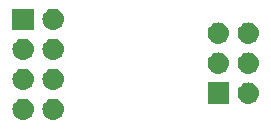
<source format=gbs>
G04 #@! TF.GenerationSoftware,KiCad,Pcbnew,(5.1.4)-1*
G04 #@! TF.CreationDate,2019-11-10T12:02:19+06:00*
G04 #@! TF.ProjectId,kicad_spi_nor_opi,6b696361-645f-4737-9069-5f6e6f725f6f,rev?*
G04 #@! TF.SameCoordinates,Original*
G04 #@! TF.FileFunction,Soldermask,Bot*
G04 #@! TF.FilePolarity,Negative*
%FSLAX46Y46*%
G04 Gerber Fmt 4.6, Leading zero omitted, Abs format (unit mm)*
G04 Created by KiCad (PCBNEW (5.1.4)-1) date 2019-11-10 12:02:19*
%MOMM*%
%LPD*%
G04 APERTURE LIST*
%ADD10C,1.000000*%
G04 APERTURE END LIST*
D10*
G36*
X80105203Y-114782199D02*
G01*
X80171387Y-114788717D01*
X80341226Y-114840237D01*
X80497751Y-114923902D01*
X80517593Y-114940186D01*
X80634946Y-115036494D01*
X80716970Y-115136442D01*
X80747538Y-115173689D01*
X80831203Y-115330214D01*
X80882723Y-115500053D01*
X80900119Y-115676680D01*
X80882723Y-115853307D01*
X80831203Y-116023146D01*
X80747538Y-116179671D01*
X80718208Y-116215409D01*
X80634946Y-116316866D01*
X80533489Y-116400128D01*
X80497751Y-116429458D01*
X80341226Y-116513123D01*
X80171387Y-116564643D01*
X80105202Y-116571162D01*
X80039020Y-116577680D01*
X79950500Y-116577680D01*
X79884318Y-116571162D01*
X79818133Y-116564643D01*
X79648294Y-116513123D01*
X79491769Y-116429458D01*
X79456031Y-116400128D01*
X79354574Y-116316866D01*
X79271312Y-116215409D01*
X79241982Y-116179671D01*
X79158317Y-116023146D01*
X79106797Y-115853307D01*
X79089401Y-115676680D01*
X79106797Y-115500053D01*
X79158317Y-115330214D01*
X79241982Y-115173689D01*
X79272550Y-115136442D01*
X79354574Y-115036494D01*
X79471927Y-114940186D01*
X79491769Y-114923902D01*
X79648294Y-114840237D01*
X79818133Y-114788717D01*
X79884317Y-114782199D01*
X79950500Y-114775680D01*
X80039020Y-114775680D01*
X80105203Y-114782199D01*
X80105203Y-114782199D01*
G37*
G36*
X82645203Y-114782199D02*
G01*
X82711387Y-114788717D01*
X82881226Y-114840237D01*
X83037751Y-114923902D01*
X83057593Y-114940186D01*
X83174946Y-115036494D01*
X83256970Y-115136442D01*
X83287538Y-115173689D01*
X83371203Y-115330214D01*
X83422723Y-115500053D01*
X83440119Y-115676680D01*
X83422723Y-115853307D01*
X83371203Y-116023146D01*
X83287538Y-116179671D01*
X83258208Y-116215409D01*
X83174946Y-116316866D01*
X83073489Y-116400128D01*
X83037751Y-116429458D01*
X82881226Y-116513123D01*
X82711387Y-116564643D01*
X82645202Y-116571162D01*
X82579020Y-116577680D01*
X82490500Y-116577680D01*
X82424318Y-116571162D01*
X82358133Y-116564643D01*
X82188294Y-116513123D01*
X82031769Y-116429458D01*
X81996031Y-116400128D01*
X81894574Y-116316866D01*
X81811312Y-116215409D01*
X81781982Y-116179671D01*
X81698317Y-116023146D01*
X81646797Y-115853307D01*
X81629401Y-115676680D01*
X81646797Y-115500053D01*
X81698317Y-115330214D01*
X81781982Y-115173689D01*
X81812550Y-115136442D01*
X81894574Y-115036494D01*
X82011927Y-114940186D01*
X82031769Y-114923902D01*
X82188294Y-114840237D01*
X82358133Y-114788717D01*
X82424317Y-114782199D01*
X82490500Y-114775680D01*
X82579020Y-114775680D01*
X82645203Y-114782199D01*
X82645203Y-114782199D01*
G37*
G36*
X97421000Y-115201000D02*
G01*
X95619000Y-115201000D01*
X95619000Y-113399000D01*
X97421000Y-113399000D01*
X97421000Y-115201000D01*
X97421000Y-115201000D01*
G37*
G36*
X99170443Y-113405519D02*
G01*
X99236627Y-113412037D01*
X99406466Y-113463557D01*
X99562991Y-113547222D01*
X99598729Y-113576552D01*
X99700186Y-113659814D01*
X99783448Y-113761271D01*
X99812778Y-113797009D01*
X99896443Y-113953534D01*
X99947963Y-114123373D01*
X99965359Y-114300000D01*
X99947963Y-114476627D01*
X99896443Y-114646466D01*
X99812778Y-114802991D01*
X99783448Y-114838729D01*
X99700186Y-114940186D01*
X99598729Y-115023448D01*
X99562991Y-115052778D01*
X99406466Y-115136443D01*
X99236627Y-115187963D01*
X99170442Y-115194482D01*
X99104260Y-115201000D01*
X99015740Y-115201000D01*
X98949558Y-115194482D01*
X98883373Y-115187963D01*
X98713534Y-115136443D01*
X98557009Y-115052778D01*
X98521271Y-115023448D01*
X98419814Y-114940186D01*
X98336552Y-114838729D01*
X98307222Y-114802991D01*
X98223557Y-114646466D01*
X98172037Y-114476627D01*
X98154641Y-114300000D01*
X98172037Y-114123373D01*
X98223557Y-113953534D01*
X98307222Y-113797009D01*
X98336552Y-113761271D01*
X98419814Y-113659814D01*
X98521271Y-113576552D01*
X98557009Y-113547222D01*
X98713534Y-113463557D01*
X98883373Y-113412037D01*
X98949557Y-113405519D01*
X99015740Y-113399000D01*
X99104260Y-113399000D01*
X99170443Y-113405519D01*
X99170443Y-113405519D01*
G37*
G36*
X80105203Y-112242199D02*
G01*
X80171387Y-112248717D01*
X80341226Y-112300237D01*
X80497751Y-112383902D01*
X80517593Y-112400186D01*
X80634946Y-112496494D01*
X80716970Y-112596442D01*
X80747538Y-112633689D01*
X80831203Y-112790214D01*
X80882723Y-112960053D01*
X80900119Y-113136680D01*
X80882723Y-113313307D01*
X80831203Y-113483146D01*
X80747538Y-113639671D01*
X80731007Y-113659814D01*
X80634946Y-113776866D01*
X80533489Y-113860128D01*
X80497751Y-113889458D01*
X80341226Y-113973123D01*
X80171387Y-114024643D01*
X80105202Y-114031162D01*
X80039020Y-114037680D01*
X79950500Y-114037680D01*
X79884318Y-114031162D01*
X79818133Y-114024643D01*
X79648294Y-113973123D01*
X79491769Y-113889458D01*
X79456031Y-113860128D01*
X79354574Y-113776866D01*
X79258513Y-113659814D01*
X79241982Y-113639671D01*
X79158317Y-113483146D01*
X79106797Y-113313307D01*
X79089401Y-113136680D01*
X79106797Y-112960053D01*
X79158317Y-112790214D01*
X79241982Y-112633689D01*
X79272550Y-112596442D01*
X79354574Y-112496494D01*
X79471927Y-112400186D01*
X79491769Y-112383902D01*
X79648294Y-112300237D01*
X79818133Y-112248717D01*
X79884317Y-112242199D01*
X79950500Y-112235680D01*
X80039020Y-112235680D01*
X80105203Y-112242199D01*
X80105203Y-112242199D01*
G37*
G36*
X82645203Y-112242199D02*
G01*
X82711387Y-112248717D01*
X82881226Y-112300237D01*
X83037751Y-112383902D01*
X83057593Y-112400186D01*
X83174946Y-112496494D01*
X83256970Y-112596442D01*
X83287538Y-112633689D01*
X83371203Y-112790214D01*
X83422723Y-112960053D01*
X83440119Y-113136680D01*
X83422723Y-113313307D01*
X83371203Y-113483146D01*
X83287538Y-113639671D01*
X83271007Y-113659814D01*
X83174946Y-113776866D01*
X83073489Y-113860128D01*
X83037751Y-113889458D01*
X82881226Y-113973123D01*
X82711387Y-114024643D01*
X82645202Y-114031162D01*
X82579020Y-114037680D01*
X82490500Y-114037680D01*
X82424318Y-114031162D01*
X82358133Y-114024643D01*
X82188294Y-113973123D01*
X82031769Y-113889458D01*
X81996031Y-113860128D01*
X81894574Y-113776866D01*
X81798513Y-113659814D01*
X81781982Y-113639671D01*
X81698317Y-113483146D01*
X81646797Y-113313307D01*
X81629401Y-113136680D01*
X81646797Y-112960053D01*
X81698317Y-112790214D01*
X81781982Y-112633689D01*
X81812550Y-112596442D01*
X81894574Y-112496494D01*
X82011927Y-112400186D01*
X82031769Y-112383902D01*
X82188294Y-112300237D01*
X82358133Y-112248717D01*
X82424317Y-112242199D01*
X82490500Y-112235680D01*
X82579020Y-112235680D01*
X82645203Y-112242199D01*
X82645203Y-112242199D01*
G37*
G36*
X96630442Y-110865518D02*
G01*
X96696627Y-110872037D01*
X96866466Y-110923557D01*
X97022991Y-111007222D01*
X97058729Y-111036552D01*
X97160186Y-111119814D01*
X97243448Y-111221271D01*
X97272778Y-111257009D01*
X97356443Y-111413534D01*
X97407963Y-111583373D01*
X97425359Y-111760000D01*
X97407963Y-111936627D01*
X97356443Y-112106466D01*
X97272778Y-112262991D01*
X97243448Y-112298729D01*
X97160186Y-112400186D01*
X97058729Y-112483448D01*
X97022991Y-112512778D01*
X96866466Y-112596443D01*
X96696627Y-112647963D01*
X96630442Y-112654482D01*
X96564260Y-112661000D01*
X96475740Y-112661000D01*
X96409558Y-112654482D01*
X96343373Y-112647963D01*
X96173534Y-112596443D01*
X96017009Y-112512778D01*
X95981271Y-112483448D01*
X95879814Y-112400186D01*
X95796552Y-112298729D01*
X95767222Y-112262991D01*
X95683557Y-112106466D01*
X95632037Y-111936627D01*
X95614641Y-111760000D01*
X95632037Y-111583373D01*
X95683557Y-111413534D01*
X95767222Y-111257009D01*
X95796552Y-111221271D01*
X95879814Y-111119814D01*
X95981271Y-111036552D01*
X96017009Y-111007222D01*
X96173534Y-110923557D01*
X96343373Y-110872037D01*
X96409558Y-110865518D01*
X96475740Y-110859000D01*
X96564260Y-110859000D01*
X96630442Y-110865518D01*
X96630442Y-110865518D01*
G37*
G36*
X99170442Y-110865518D02*
G01*
X99236627Y-110872037D01*
X99406466Y-110923557D01*
X99562991Y-111007222D01*
X99598729Y-111036552D01*
X99700186Y-111119814D01*
X99783448Y-111221271D01*
X99812778Y-111257009D01*
X99896443Y-111413534D01*
X99947963Y-111583373D01*
X99965359Y-111760000D01*
X99947963Y-111936627D01*
X99896443Y-112106466D01*
X99812778Y-112262991D01*
X99783448Y-112298729D01*
X99700186Y-112400186D01*
X99598729Y-112483448D01*
X99562991Y-112512778D01*
X99406466Y-112596443D01*
X99236627Y-112647963D01*
X99170442Y-112654482D01*
X99104260Y-112661000D01*
X99015740Y-112661000D01*
X98949558Y-112654482D01*
X98883373Y-112647963D01*
X98713534Y-112596443D01*
X98557009Y-112512778D01*
X98521271Y-112483448D01*
X98419814Y-112400186D01*
X98336552Y-112298729D01*
X98307222Y-112262991D01*
X98223557Y-112106466D01*
X98172037Y-111936627D01*
X98154641Y-111760000D01*
X98172037Y-111583373D01*
X98223557Y-111413534D01*
X98307222Y-111257009D01*
X98336552Y-111221271D01*
X98419814Y-111119814D01*
X98521271Y-111036552D01*
X98557009Y-111007222D01*
X98713534Y-110923557D01*
X98883373Y-110872037D01*
X98949558Y-110865518D01*
X99015740Y-110859000D01*
X99104260Y-110859000D01*
X99170442Y-110865518D01*
X99170442Y-110865518D01*
G37*
G36*
X82645202Y-109702198D02*
G01*
X82711387Y-109708717D01*
X82881226Y-109760237D01*
X83037751Y-109843902D01*
X83057593Y-109860186D01*
X83174946Y-109956494D01*
X83256970Y-110056442D01*
X83287538Y-110093689D01*
X83371203Y-110250214D01*
X83422723Y-110420053D01*
X83440119Y-110596680D01*
X83422723Y-110773307D01*
X83371203Y-110943146D01*
X83287538Y-111099671D01*
X83271007Y-111119814D01*
X83174946Y-111236866D01*
X83073489Y-111320128D01*
X83037751Y-111349458D01*
X82881226Y-111433123D01*
X82711387Y-111484643D01*
X82645203Y-111491161D01*
X82579020Y-111497680D01*
X82490500Y-111497680D01*
X82424317Y-111491161D01*
X82358133Y-111484643D01*
X82188294Y-111433123D01*
X82031769Y-111349458D01*
X81996031Y-111320128D01*
X81894574Y-111236866D01*
X81798513Y-111119814D01*
X81781982Y-111099671D01*
X81698317Y-110943146D01*
X81646797Y-110773307D01*
X81629401Y-110596680D01*
X81646797Y-110420053D01*
X81698317Y-110250214D01*
X81781982Y-110093689D01*
X81812550Y-110056442D01*
X81894574Y-109956494D01*
X82011927Y-109860186D01*
X82031769Y-109843902D01*
X82188294Y-109760237D01*
X82358133Y-109708717D01*
X82424318Y-109702198D01*
X82490500Y-109695680D01*
X82579020Y-109695680D01*
X82645202Y-109702198D01*
X82645202Y-109702198D01*
G37*
G36*
X80105202Y-109702198D02*
G01*
X80171387Y-109708717D01*
X80341226Y-109760237D01*
X80497751Y-109843902D01*
X80517593Y-109860186D01*
X80634946Y-109956494D01*
X80716970Y-110056442D01*
X80747538Y-110093689D01*
X80831203Y-110250214D01*
X80882723Y-110420053D01*
X80900119Y-110596680D01*
X80882723Y-110773307D01*
X80831203Y-110943146D01*
X80747538Y-111099671D01*
X80731007Y-111119814D01*
X80634946Y-111236866D01*
X80533489Y-111320128D01*
X80497751Y-111349458D01*
X80341226Y-111433123D01*
X80171387Y-111484643D01*
X80105203Y-111491161D01*
X80039020Y-111497680D01*
X79950500Y-111497680D01*
X79884317Y-111491161D01*
X79818133Y-111484643D01*
X79648294Y-111433123D01*
X79491769Y-111349458D01*
X79456031Y-111320128D01*
X79354574Y-111236866D01*
X79258513Y-111119814D01*
X79241982Y-111099671D01*
X79158317Y-110943146D01*
X79106797Y-110773307D01*
X79089401Y-110596680D01*
X79106797Y-110420053D01*
X79158317Y-110250214D01*
X79241982Y-110093689D01*
X79272550Y-110056442D01*
X79354574Y-109956494D01*
X79471927Y-109860186D01*
X79491769Y-109843902D01*
X79648294Y-109760237D01*
X79818133Y-109708717D01*
X79884318Y-109702198D01*
X79950500Y-109695680D01*
X80039020Y-109695680D01*
X80105202Y-109702198D01*
X80105202Y-109702198D01*
G37*
G36*
X99170443Y-108325519D02*
G01*
X99236627Y-108332037D01*
X99406466Y-108383557D01*
X99562991Y-108467222D01*
X99598729Y-108496552D01*
X99700186Y-108579814D01*
X99783448Y-108681271D01*
X99812778Y-108717009D01*
X99896443Y-108873534D01*
X99947963Y-109043373D01*
X99965359Y-109220000D01*
X99947963Y-109396627D01*
X99896443Y-109566466D01*
X99812778Y-109722991D01*
X99783448Y-109758729D01*
X99700186Y-109860186D01*
X99598729Y-109943448D01*
X99562991Y-109972778D01*
X99406466Y-110056443D01*
X99236627Y-110107963D01*
X99170443Y-110114481D01*
X99104260Y-110121000D01*
X99015740Y-110121000D01*
X98949557Y-110114481D01*
X98883373Y-110107963D01*
X98713534Y-110056443D01*
X98557009Y-109972778D01*
X98521271Y-109943448D01*
X98419814Y-109860186D01*
X98336552Y-109758729D01*
X98307222Y-109722991D01*
X98223557Y-109566466D01*
X98172037Y-109396627D01*
X98154641Y-109220000D01*
X98172037Y-109043373D01*
X98223557Y-108873534D01*
X98307222Y-108717009D01*
X98336552Y-108681271D01*
X98419814Y-108579814D01*
X98521271Y-108496552D01*
X98557009Y-108467222D01*
X98713534Y-108383557D01*
X98883373Y-108332037D01*
X98949557Y-108325519D01*
X99015740Y-108319000D01*
X99104260Y-108319000D01*
X99170443Y-108325519D01*
X99170443Y-108325519D01*
G37*
G36*
X96630443Y-108325519D02*
G01*
X96696627Y-108332037D01*
X96866466Y-108383557D01*
X97022991Y-108467222D01*
X97058729Y-108496552D01*
X97160186Y-108579814D01*
X97243448Y-108681271D01*
X97272778Y-108717009D01*
X97356443Y-108873534D01*
X97407963Y-109043373D01*
X97425359Y-109220000D01*
X97407963Y-109396627D01*
X97356443Y-109566466D01*
X97272778Y-109722991D01*
X97243448Y-109758729D01*
X97160186Y-109860186D01*
X97058729Y-109943448D01*
X97022991Y-109972778D01*
X96866466Y-110056443D01*
X96696627Y-110107963D01*
X96630443Y-110114481D01*
X96564260Y-110121000D01*
X96475740Y-110121000D01*
X96409557Y-110114481D01*
X96343373Y-110107963D01*
X96173534Y-110056443D01*
X96017009Y-109972778D01*
X95981271Y-109943448D01*
X95879814Y-109860186D01*
X95796552Y-109758729D01*
X95767222Y-109722991D01*
X95683557Y-109566466D01*
X95632037Y-109396627D01*
X95614641Y-109220000D01*
X95632037Y-109043373D01*
X95683557Y-108873534D01*
X95767222Y-108717009D01*
X95796552Y-108681271D01*
X95879814Y-108579814D01*
X95981271Y-108496552D01*
X96017009Y-108467222D01*
X96173534Y-108383557D01*
X96343373Y-108332037D01*
X96409557Y-108325519D01*
X96475740Y-108319000D01*
X96564260Y-108319000D01*
X96630443Y-108325519D01*
X96630443Y-108325519D01*
G37*
G36*
X80895760Y-108957680D02*
G01*
X79093760Y-108957680D01*
X79093760Y-107155680D01*
X80895760Y-107155680D01*
X80895760Y-108957680D01*
X80895760Y-108957680D01*
G37*
G36*
X82645203Y-107162199D02*
G01*
X82711387Y-107168717D01*
X82881226Y-107220237D01*
X83037751Y-107303902D01*
X83073489Y-107333232D01*
X83174946Y-107416494D01*
X83258208Y-107517951D01*
X83287538Y-107553689D01*
X83371203Y-107710214D01*
X83422723Y-107880053D01*
X83440119Y-108056680D01*
X83422723Y-108233307D01*
X83371203Y-108403146D01*
X83287538Y-108559671D01*
X83271007Y-108579814D01*
X83174946Y-108696866D01*
X83073489Y-108780128D01*
X83037751Y-108809458D01*
X82881226Y-108893123D01*
X82711387Y-108944643D01*
X82645203Y-108951161D01*
X82579020Y-108957680D01*
X82490500Y-108957680D01*
X82424317Y-108951161D01*
X82358133Y-108944643D01*
X82188294Y-108893123D01*
X82031769Y-108809458D01*
X81996031Y-108780128D01*
X81894574Y-108696866D01*
X81798513Y-108579814D01*
X81781982Y-108559671D01*
X81698317Y-108403146D01*
X81646797Y-108233307D01*
X81629401Y-108056680D01*
X81646797Y-107880053D01*
X81698317Y-107710214D01*
X81781982Y-107553689D01*
X81811312Y-107517951D01*
X81894574Y-107416494D01*
X81996031Y-107333232D01*
X82031769Y-107303902D01*
X82188294Y-107220237D01*
X82358133Y-107168717D01*
X82424317Y-107162199D01*
X82490500Y-107155680D01*
X82579020Y-107155680D01*
X82645203Y-107162199D01*
X82645203Y-107162199D01*
G37*
M02*

</source>
